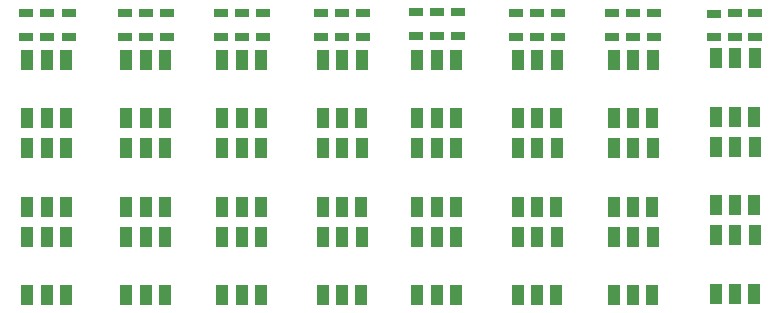
<source format=gbr>
%TF.GenerationSoftware,Altium Limited,Altium Designer,24.3.1 (35)*%
G04 Layer_Color=255*
%FSLAX45Y45*%
%MOMM*%
%TF.SameCoordinates,A20972E9-028A-4597-9386-5314E3457622*%
%TF.FilePolarity,Positive*%
%TF.FileFunction,Pads,Top*%
%TF.Part,Single*%
G01*
G75*
%TA.AperFunction,SMDPad,CuDef*%
%ADD10R,1.25000X0.80000*%
%ADD12R,1.10000X1.75000*%
D10*
X596884Y3811600D02*
D03*
Y4011600D02*
D03*
X406384Y3811600D02*
D03*
Y4011600D02*
D03*
X228584Y3811600D02*
D03*
Y4011600D02*
D03*
X2057384D02*
D03*
Y3811600D02*
D03*
X1244584Y4011600D02*
D03*
Y3811600D02*
D03*
X2235200Y4013200D02*
D03*
Y3813200D02*
D03*
X1422384Y4011600D02*
D03*
Y3811600D02*
D03*
X1066784Y4011600D02*
D03*
Y3811600D02*
D03*
X5194284Y4011600D02*
D03*
Y3811600D02*
D03*
X6235684Y4011600D02*
D03*
Y3811600D02*
D03*
X4559284Y4011600D02*
D03*
Y3811600D02*
D03*
X6400784Y4011600D02*
D03*
Y3811600D02*
D03*
X6057900Y4010000D02*
D03*
Y3810000D02*
D03*
X5372084Y4011600D02*
D03*
Y3811600D02*
D03*
X5549884Y4011600D02*
D03*
Y3811600D02*
D03*
X1879584Y4011600D02*
D03*
Y3811600D02*
D03*
X3886184Y4024300D02*
D03*
Y3824300D02*
D03*
X2908284Y4011600D02*
D03*
Y3811600D02*
D03*
X3086084Y4011600D02*
D03*
Y3811600D02*
D03*
X4737084Y4011600D02*
D03*
Y3811600D02*
D03*
X4381484Y4011600D02*
D03*
Y3811600D02*
D03*
X3708384Y4024300D02*
D03*
Y3824300D02*
D03*
X3530600Y4022700D02*
D03*
Y3822700D02*
D03*
X2730484Y4011600D02*
D03*
Y3811600D02*
D03*
D12*
X6070600Y2133600D02*
D03*
X6235700D02*
D03*
X6400800D02*
D03*
X6395700Y1638300D02*
D03*
X6235700D02*
D03*
X6070600D02*
D03*
X241300Y3619500D02*
D03*
X406400D02*
D03*
X571500D02*
D03*
X566400Y3124200D02*
D03*
X406400D02*
D03*
X241300D02*
D03*
X6070600Y3632200D02*
D03*
X6235700D02*
D03*
X6400800D02*
D03*
X6395700Y3136900D02*
D03*
X6235700D02*
D03*
X6070600D02*
D03*
Y2882900D02*
D03*
X6235700D02*
D03*
X6400800D02*
D03*
X6395700Y2387600D02*
D03*
X6235700D02*
D03*
X6070600D02*
D03*
X5207000Y3619500D02*
D03*
X5372100D02*
D03*
X5537200D02*
D03*
X5532100Y3124200D02*
D03*
X5372100D02*
D03*
X5207000D02*
D03*
X4394200Y3619500D02*
D03*
X4559300D02*
D03*
X4724400D02*
D03*
X4719300Y3124200D02*
D03*
X4559300D02*
D03*
X4394200D02*
D03*
X5207000Y2870200D02*
D03*
X5372100D02*
D03*
X5537200D02*
D03*
X5532100Y2374900D02*
D03*
X5372100D02*
D03*
X5207000D02*
D03*
Y2120900D02*
D03*
X5372100D02*
D03*
X5537200D02*
D03*
X5532100Y1625600D02*
D03*
X5372100D02*
D03*
X5207000D02*
D03*
X4394200Y2870200D02*
D03*
X4559300D02*
D03*
X4724400D02*
D03*
X4719300Y2374900D02*
D03*
X4559300D02*
D03*
X4394200D02*
D03*
Y2120900D02*
D03*
X4559300D02*
D03*
X4724400D02*
D03*
X4719300Y1625600D02*
D03*
X4559300D02*
D03*
X4394200D02*
D03*
X3543300Y3619500D02*
D03*
X3708400D02*
D03*
X3873500D02*
D03*
X3868400Y3124200D02*
D03*
X3708400D02*
D03*
X3543300D02*
D03*
Y2870200D02*
D03*
X3708400D02*
D03*
X3873500D02*
D03*
X3868400Y2374900D02*
D03*
X3708400D02*
D03*
X3543300D02*
D03*
Y2120900D02*
D03*
X3708400D02*
D03*
X3873500D02*
D03*
X3868400Y1625600D02*
D03*
X3708400D02*
D03*
X3543300D02*
D03*
X2743200Y3619500D02*
D03*
X2908300D02*
D03*
X3073400D02*
D03*
X3068300Y3124200D02*
D03*
X2908300D02*
D03*
X2743200D02*
D03*
Y2870200D02*
D03*
X2908300D02*
D03*
X3073400D02*
D03*
X3068300Y2374900D02*
D03*
X2908300D02*
D03*
X2743200D02*
D03*
Y2120900D02*
D03*
X2908300D02*
D03*
X3073400D02*
D03*
X3068300Y1625600D02*
D03*
X2908300D02*
D03*
X2743200D02*
D03*
X1892300Y3619500D02*
D03*
X2057400D02*
D03*
X2222500D02*
D03*
X2217400Y3124200D02*
D03*
X2057400D02*
D03*
X1892300D02*
D03*
Y2870200D02*
D03*
X2057400D02*
D03*
X2222500D02*
D03*
X2217400Y2374900D02*
D03*
X2057400D02*
D03*
X1892300D02*
D03*
X241300Y2120900D02*
D03*
X406400D02*
D03*
X571500D02*
D03*
X566400Y1625600D02*
D03*
X406400D02*
D03*
X241300D02*
D03*
X1079500Y3619500D02*
D03*
X1244600D02*
D03*
X1409700D02*
D03*
X1404600Y3124200D02*
D03*
X1244600D02*
D03*
X1079500D02*
D03*
Y2870200D02*
D03*
X1244600D02*
D03*
X1409700D02*
D03*
X1404600Y2374900D02*
D03*
X1244600D02*
D03*
X1079500D02*
D03*
Y2120900D02*
D03*
X1244600D02*
D03*
X1409700D02*
D03*
X1404600Y1625600D02*
D03*
X1244600D02*
D03*
X1079500D02*
D03*
X1892300Y2120900D02*
D03*
X2057400D02*
D03*
X2222500D02*
D03*
X2217400Y1625600D02*
D03*
X2057400D02*
D03*
X1892300D02*
D03*
X241300Y2870200D02*
D03*
X406400D02*
D03*
X571500D02*
D03*
X566400Y2374900D02*
D03*
X406400D02*
D03*
X241300D02*
D03*
%TF.MD5,d37f8b167fd512a7a7cf5fc2fa04e7aa*%
M02*

</source>
